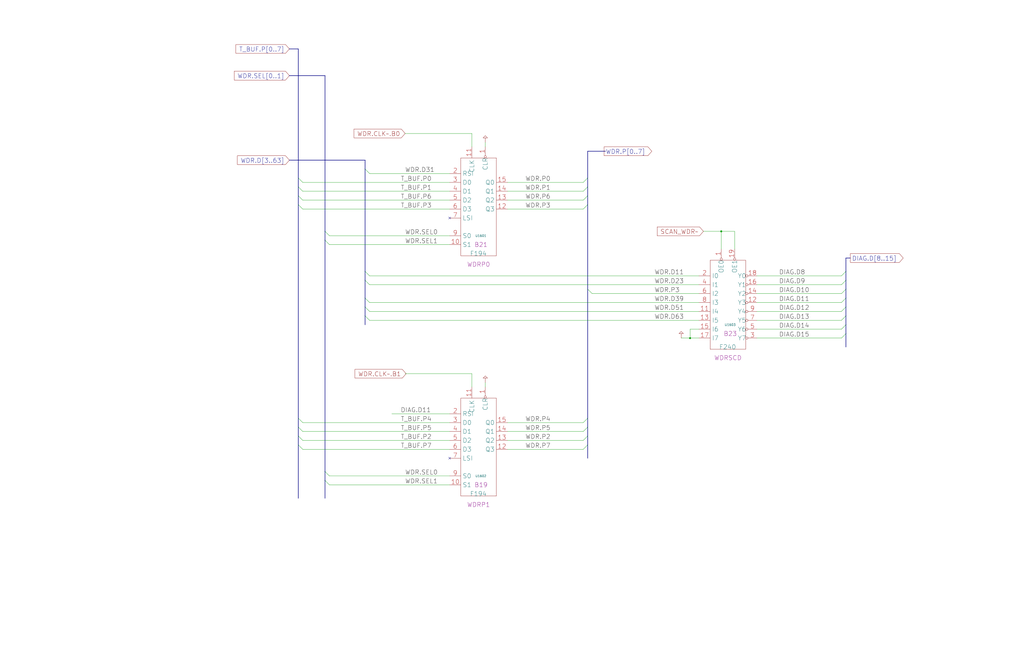
<source format=kicad_sch>
(kicad_sch (version 20230121) (generator eeschema)
  (paper "User" 584.2 378.46)
  (title_block (title "WRITE DATA REGISTER\\nPARITY BITS") (date "15-MAR-90") (rev "1.0") (comment 1 "TYPE") (comment 2 "232-003062") (comment 3 "S400") (comment 4 "RELEASED"))
  (lib_symbols
    (symbol "r1000:F194" (pin_names (offset 1.016))
      (property "Reference" "U" (at 2.54 5.08 0))
      (property "Value" "F194" (at -3.81 -5.08 0))
      (property "Location" "___" (at -1.27 0 0))
      (property "Name" "______" (at 1.27 -12.7 0))
      (symbol "F194_1_1"
        (rectangle (start -8.89 49.53) (end 11.43 -6.35))
        (circle (center 5.08 50.165) (radius 0.635))
        (pin input line (at 5.08 55.88 270) (length 5.08) (name "CLR") (number "1"))
        (pin input line (at -15.24 0 0) (length 6.35) (name "S1") (number "10"))
        (pin input line (at -2.54 55.88 270) (length 6.35) (name "CLK") (number "11"))
        (pin output line (at 17.78 20.32 180) (length 6.35) (name "Q3") (number "12"))
        (pin output line (at 17.78 25.4 180) (length 6.35) (name "Q2") (number "13"))
        (pin output line (at 17.78 30.48 180) (length 6.35) (name "Q1") (number "14"))
        (pin output line (at 17.78 35.56 180) (length 6.35) (name "Q0") (number "15"))
        (pin input line (at -15.24 40.64 0) (length 6.35) (name "RSI") (number "2"))
        (pin input line (at -15.24 35.56 0) (length 6.35) (name "D0") (number "3"))
        (pin input line (at -15.24 30.48 0) (length 6.35) (name "D1") (number "4"))
        (pin input line (at -15.24 25.4 0) (length 6.35) (name "D2") (number "5"))
        (pin input line (at -15.24 20.32 0) (length 6.35) (name "D3") (number "6"))
        (pin input line (at -15.24 15.24 0) (length 6.35) (name "LSI") (number "7"))
        (pin input line (at -15.24 5.08 0) (length 6.35) (name "S0") (number "9"))
      )
    )
    (symbol "r1000:F240" (pin_names (offset 1.016))
      (property "Reference" "U" (at 2.54 5.08 0))
      (property "Value" "F240" (at -3.81 -7.62 0))
      (property "Location" "___" (at -1.27 0 0))
      (property "Name" "______" (at 1.27 -15.24 0))
      (symbol "F240_1_1"
        (rectangle (start -8.89 41.91) (end 11.43 -8.89))
        (circle (center -2.54 42.545) (radius 0.635))
        (circle (center 5.08 42.545) (radius 0.635))
        (circle (center 12.065 -2.54) (radius 0.635))
        (circle (center 12.065 2.54) (radius 0.635))
        (circle (center 12.065 7.62) (radius 0.635))
        (circle (center 12.065 12.7) (radius 0.635))
        (circle (center 12.065 17.78) (radius 0.635))
        (circle (center 12.065 22.86) (radius 0.635))
        (circle (center 12.065 27.94) (radius 0.635))
        (circle (center 12.065 33.02) (radius 0.635))
        (pin input line (at -2.54 48.26 270) (length 5.08) (name "OE0") (number "1"))
        (pin input line (at -15.24 12.7 0) (length 6.35) (name "I4") (number "11"))
        (pin tri_state line (at 17.78 17.78 180) (length 5.08) (name "Y3") (number "12"))
        (pin input line (at -15.24 7.62 0) (length 6.35) (name "I5") (number "13"))
        (pin tri_state line (at 17.78 22.86 180) (length 5.08) (name "Y2") (number "14"))
        (pin input line (at -15.24 2.54 0) (length 6.35) (name "I6") (number "15"))
        (pin tri_state line (at 17.78 27.94 180) (length 5.08) (name "Y1") (number "16"))
        (pin input line (at -15.24 -2.54 0) (length 6.35) (name "I7") (number "17"))
        (pin tri_state line (at 17.78 33.02 180) (length 5.08) (name "Y0") (number "18"))
        (pin input line (at 5.08 48.26 270) (length 5.08) (name "OE1") (number "19"))
        (pin input line (at -15.24 33.02 0) (length 6.35) (name "I0") (number "2"))
        (pin tri_state line (at 17.78 -2.54 180) (length 5.08) (name "Y7") (number "3"))
        (pin input line (at -15.24 27.94 0) (length 6.35) (name "I1") (number "4"))
        (pin tri_state line (at 17.78 2.54 180) (length 5.08) (name "Y6") (number "5"))
        (pin input line (at -15.24 22.86 0) (length 6.35) (name "I2") (number "6"))
        (pin tri_state line (at 17.78 7.62 180) (length 5.08) (name "Y5") (number "7"))
        (pin input line (at -15.24 17.78 0) (length 6.35) (name "I3") (number "8"))
        (pin tri_state line (at 17.78 12.7 180) (length 5.08) (name "Y4") (number "9"))
      )
    )
    (symbol "r1000:PU" (power) (pin_numbers hide) (pin_names hide)
      (symbol "PU_0_1"
        (polyline (pts (xy 0 2.54) (xy -1.27 2.54) (xy 0 3.81) (xy 1.27 2.54) (xy 0 2.54)) (stroke (width 0.1524)))
      )
      (symbol "PU_1_1"
        (pin power_in line (at 0 0 90) (length 2.54) (name "PU") (number "1"))
      )
    )
  )
  (junction (at 411.48 132.08))
  (junction (at 393.7 193.04))
  (no_connect (at 256.54 261.62))
  (no_connect (at 256.54 124.46))
  (bus_entry (at 335.28 101.6) (size -2.54 2.54))
  (bus_entry (at 170.18 238.76) (size 2.54 2.54))
  (bus_entry (at 335.28 111.76) (size -2.54 2.54))
  (bus_entry (at 335.28 243.84) (size -2.54 2.54))
  (bus_entry (at 170.18 101.6) (size 2.54 2.54))
  (bus_entry (at 335.28 238.76) (size -2.54 2.54))
  (bus_entry (at 185.42 269.24) (size 2.54 2.54))
  (bus_entry (at 482.6 185.42) (size -2.54 2.54))
  (bus_entry (at 482.6 175.26) (size -2.54 2.54))
  (bus_entry (at 335.28 106.68) (size -2.54 2.54))
  (bus_entry (at 170.18 248.92) (size 2.54 2.54))
  (bus_entry (at 482.6 170.18) (size -2.54 2.54))
  (bus_entry (at 185.42 274.32) (size 2.54 2.54))
  (bus_entry (at 335.28 165.1) (size 2.54 2.54))
  (bus_entry (at 482.6 190.5) (size -2.54 2.54))
  (bus_entry (at 170.18 116.84) (size 2.54 2.54))
  (bus_entry (at 335.28 116.84) (size -2.54 2.54))
  (bus_entry (at 482.6 165.1) (size -2.54 2.54))
  (bus_entry (at 170.18 106.68) (size 2.54 2.54))
  (bus_entry (at 208.28 180.34) (size 2.54 2.54))
  (bus_entry (at 208.28 175.26) (size 2.54 2.54))
  (bus_entry (at 170.18 243.84) (size 2.54 2.54))
  (bus_entry (at 185.42 132.08) (size 2.54 2.54))
  (bus_entry (at 185.42 137.16) (size 2.54 2.54))
  (bus_entry (at 170.18 111.76) (size 2.54 2.54))
  (bus_entry (at 208.28 96.52) (size 2.54 2.54))
  (bus_entry (at 335.28 248.92) (size -2.54 2.54))
  (bus_entry (at 482.6 154.94) (size -2.54 2.54))
  (bus_entry (at 482.6 160.02) (size -2.54 2.54))
  (bus_entry (at 482.6 180.34) (size -2.54 2.54))
  (bus_entry (at 208.28 170.18) (size 2.54 2.54))
  (bus_entry (at 170.18 254) (size 2.54 2.54))
  (bus_entry (at 335.28 254) (size -2.54 2.54))
  (bus_entry (at 208.28 160.02) (size 2.54 2.54))
  (bus_entry (at 208.28 154.94) (size 2.54 2.54))
  (bus (pts (xy 335.28 86.36) (xy 335.28 101.6)))
  (bus (pts (xy 208.28 180.34) (xy 208.28 185.42)))
  (bus (pts (xy 170.18 238.76) (xy 170.18 243.84)))
  (bus (pts (xy 482.6 185.42) (xy 482.6 190.5)))
  (wire (pts (xy 187.96 134.62) (xy 256.54 134.62)))
  (bus (pts (xy 482.6 165.1) (xy 482.6 170.18)))
  (wire (pts (xy 187.96 271.78) (xy 256.54 271.78)))
  (wire (pts (xy 431.8 193.04) (xy 480.06 193.04)))
  (wire (pts (xy 269.24 220.98) (xy 269.24 213.36)))
  (wire (pts (xy 223.52 236.22) (xy 256.54 236.22)))
  (wire (pts (xy 411.48 132.08) (xy 411.48 142.24)))
  (bus (pts (xy 335.28 86.36) (xy 345.44 86.36)))
  (wire (pts (xy 210.82 157.48) (xy 398.78 157.48)))
  (wire (pts (xy 393.7 193.04) (xy 398.78 193.04)))
  (wire (pts (xy 431.8 162.56) (xy 480.06 162.56)))
  (wire (pts (xy 337.82 167.64) (xy 398.78 167.64)))
  (wire (pts (xy 231.14 76.2) (xy 269.24 76.2)))
  (wire (pts (xy 289.56 119.38) (xy 332.74 119.38)))
  (wire (pts (xy 172.72 246.38) (xy 256.54 246.38)))
  (bus (pts (xy 482.6 147.32) (xy 482.6 154.94)))
  (wire (pts (xy 269.24 213.36) (xy 231.14 213.36)))
  (bus (pts (xy 208.28 175.26) (xy 208.28 180.34)))
  (wire (pts (xy 289.56 109.22) (xy 332.74 109.22)))
  (bus (pts (xy 170.18 106.68) (xy 170.18 111.76)))
  (bus (pts (xy 185.42 274.32) (xy 185.42 284.48)))
  (wire (pts (xy 172.72 109.22) (xy 256.54 109.22)))
  (bus (pts (xy 165.1 91.44) (xy 208.28 91.44)))
  (bus (pts (xy 335.28 254) (xy 335.28 261.62)))
  (wire (pts (xy 210.82 162.56) (xy 398.78 162.56)))
  (bus (pts (xy 208.28 170.18) (xy 208.28 175.26)))
  (bus (pts (xy 185.42 137.16) (xy 185.42 269.24)))
  (bus (pts (xy 335.28 243.84) (xy 335.28 248.92)))
  (wire (pts (xy 269.24 83.82) (xy 269.24 76.2)))
  (wire (pts (xy 276.86 218.44) (xy 276.86 220.98)))
  (bus (pts (xy 170.18 254) (xy 170.18 284.48)))
  (bus (pts (xy 482.6 160.02) (xy 482.6 165.1)))
  (bus (pts (xy 482.6 170.18) (xy 482.6 175.26)))
  (bus (pts (xy 482.6 180.34) (xy 482.6 185.42)))
  (bus (pts (xy 208.28 154.94) (xy 208.28 160.02)))
  (bus (pts (xy 170.18 116.84) (xy 170.18 238.76)))
  (wire (pts (xy 289.56 251.46) (xy 332.74 251.46)))
  (bus (pts (xy 170.18 248.92) (xy 170.18 254)))
  (bus (pts (xy 165.1 43.18) (xy 185.42 43.18)))
  (bus (pts (xy 335.28 165.1) (xy 335.28 238.76)))
  (wire (pts (xy 431.8 187.96) (xy 480.06 187.96)))
  (wire (pts (xy 276.86 81.28) (xy 276.86 83.82)))
  (wire (pts (xy 172.72 119.38) (xy 256.54 119.38)))
  (wire (pts (xy 431.8 177.8) (xy 480.06 177.8)))
  (wire (pts (xy 172.72 256.54) (xy 256.54 256.54)))
  (bus (pts (xy 482.6 175.26) (xy 482.6 180.34)))
  (bus (pts (xy 482.6 154.94) (xy 482.6 160.02)))
  (bus (pts (xy 185.42 269.24) (xy 185.42 274.32)))
  (wire (pts (xy 398.78 187.96) (xy 393.7 187.96)))
  (wire (pts (xy 172.72 241.3) (xy 256.54 241.3)))
  (bus (pts (xy 335.28 248.92) (xy 335.28 254)))
  (wire (pts (xy 419.1 142.24) (xy 419.1 132.08)))
  (bus (pts (xy 208.28 91.44) (xy 208.28 96.52)))
  (wire (pts (xy 210.82 177.8) (xy 398.78 177.8)))
  (wire (pts (xy 289.56 241.3) (xy 332.74 241.3)))
  (wire (pts (xy 411.48 132.08) (xy 401.32 132.08)))
  (wire (pts (xy 172.72 104.14) (xy 256.54 104.14)))
  (wire (pts (xy 187.96 276.86) (xy 256.54 276.86)))
  (bus (pts (xy 482.6 147.32) (xy 485.14 147.32)))
  (bus (pts (xy 170.18 243.84) (xy 170.18 248.92)))
  (bus (pts (xy 482.6 190.5) (xy 482.6 198.12)))
  (wire (pts (xy 187.96 139.7) (xy 256.54 139.7)))
  (wire (pts (xy 172.72 251.46) (xy 256.54 251.46)))
  (wire (pts (xy 419.1 132.08) (xy 411.48 132.08)))
  (bus (pts (xy 185.42 43.18) (xy 185.42 132.08)))
  (bus (pts (xy 170.18 27.94) (xy 170.18 101.6)))
  (wire (pts (xy 210.82 172.72) (xy 398.78 172.72)))
  (bus (pts (xy 208.28 160.02) (xy 208.28 170.18)))
  (wire (pts (xy 431.8 167.64) (xy 480.06 167.64)))
  (wire (pts (xy 210.82 182.88) (xy 398.78 182.88)))
  (bus (pts (xy 335.28 106.68) (xy 335.28 111.76)))
  (wire (pts (xy 172.72 114.3) (xy 256.54 114.3)))
  (bus (pts (xy 335.28 101.6) (xy 335.28 106.68)))
  (bus (pts (xy 335.28 111.76) (xy 335.28 116.84)))
  (bus (pts (xy 165.1 27.94) (xy 170.18 27.94)))
  (bus (pts (xy 170.18 101.6) (xy 170.18 106.68)))
  (bus (pts (xy 185.42 132.08) (xy 185.42 137.16)))
  (bus (pts (xy 208.28 96.52) (xy 208.28 154.94)))
  (wire (pts (xy 210.82 99.06) (xy 256.54 99.06)))
  (wire (pts (xy 289.56 114.3) (xy 332.74 114.3)))
  (bus (pts (xy 335.28 116.84) (xy 335.28 165.1)))
  (bus (pts (xy 335.28 238.76) (xy 335.28 243.84)))
  (wire (pts (xy 289.56 256.54) (xy 332.74 256.54)))
  (wire (pts (xy 289.56 246.38) (xy 332.74 246.38)))
  (wire (pts (xy 431.8 172.72) (xy 480.06 172.72)))
  (wire (pts (xy 431.8 182.88) (xy 480.06 182.88)))
  (wire (pts (xy 388.62 193.04) (xy 393.7 193.04)))
  (wire (pts (xy 393.7 187.96) (xy 393.7 193.04)))
  (bus (pts (xy 170.18 111.76) (xy 170.18 116.84)))
  (wire (pts (xy 289.56 104.14) (xy 332.74 104.14)))
  (wire (pts (xy 431.8 157.48) (xy 480.06 157.48)))
  (label "WDR.SEL1" (at 231.14 276.86 0) (effects (font (size 2.54 2.54))))
  (label "DIAG.D9" (at 444.5 162.56 0) (effects (font (size 2.54 2.54))))
  (label "WDR.P2" (at 299.72 251.46 0) (effects (font (size 2.54 2.54))))
  (label "T_BUF.P6" (at 228.6 114.3 0) (effects (font (size 2.54 2.54))))
  (label "WDR.D63" (at 373.38 182.88 0) (effects (font (size 2.54 2.54))))
  (label "WDR.P4" (at 299.72 241.3 0) (effects (font (size 2.54 2.54))))
  (label "DIAG.D14" (at 444.5 187.96 0) (effects (font (size 2.54 2.54))))
  (label "T_BUF.P3" (at 228.6 119.38 0) (effects (font (size 2.54 2.54))))
  (label "DIAG.D11" (at 228.6 236.22 0) (effects (font (size 2.54 2.54))))
  (label "T_BUF.P7" (at 228.6 256.54 0) (effects (font (size 2.54 2.54))))
  (label "T_BUF.P0" (at 228.6 104.14 0) (effects (font (size 2.54 2.54))))
  (label "WDR.SEL0" (at 231.14 271.78 0) (effects (font (size 2.54 2.54))))
  (label "DIAG.D13" (at 444.5 182.88 0) (effects (font (size 2.54 2.54))))
  (label "WDR.P3" (at 373.38 167.64 0) (effects (font (size 2.54 2.54))))
  (label "T_BUF.P1" (at 228.6 109.22 0) (effects (font (size 2.54 2.54))))
  (label "WDR.P0" (at 299.72 104.14 0) (effects (font (size 2.54 2.54))))
  (label "DIAG.D15" (at 444.5 193.04 0) (effects (font (size 2.54 2.54))))
  (label "DIAG.D11" (at 444.5 172.72 0) (effects (font (size 2.54 2.54))))
  (label "T_BUF.P5" (at 228.6 246.38 0) (effects (font (size 2.54 2.54))))
  (label "WDR.P1" (at 299.72 109.22 0) (effects (font (size 2.54 2.54))))
  (label "WDR.SEL0" (at 231.14 134.62 0) (effects (font (size 2.54 2.54))))
  (label "DIAG.D12" (at 444.5 177.8 0) (effects (font (size 2.54 2.54))))
  (label "WDR.P3" (at 299.72 119.38 0) (effects (font (size 2.54 2.54))))
  (label "WDR.D31" (at 231.14 99.06 0) (effects (font (size 2.54 2.54))))
  (label "WDR.D39" (at 373.38 172.72 0) (effects (font (size 2.54 2.54))))
  (label "WDR.P5" (at 299.72 246.38 0) (effects (font (size 2.54 2.54))))
  (label "DIAG.D8" (at 444.5 157.48 0) (effects (font (size 2.54 2.54))))
  (label "WDR.D11" (at 373.38 157.48 0) (effects (font (size 2.54 2.54))))
  (label "WDR.P6" (at 299.72 114.3 0) (effects (font (size 2.54 2.54))))
  (label "WDR.D23" (at 373.38 162.56 0) (effects (font (size 2.54 2.54))))
  (label "DIAG.D10" (at 444.5 167.64 0) (effects (font (size 2.54 2.54))))
  (label "WDR.D51" (at 373.38 177.8 0) (effects (font (size 2.54 2.54))))
  (label "T_BUF.P4" (at 228.6 241.3 0) (effects (font (size 2.54 2.54))))
  (label "T_BUF.P2" (at 228.6 251.46 0) (effects (font (size 2.54 2.54))))
  (label "WDR.SEL1" (at 231.14 139.7 0) (effects (font (size 2.54 2.54))))
  (label "WDR.P7" (at 299.72 256.54 0) (effects (font (size 2.54 2.54))))
  (global_label "WDR.CLK~.B0" (shape input) (at 231.14 76.2 180) (effects (font (size 2.54 2.54))) (property "Intersheetrefs" "${INTERSHEET_REFS}" (at 202.0026 76.0413 0) (effects (font (size 1.905 1.905)) (justify right))))
  (global_label "T_BUF.P[0..7]" (shape input) (at 165.1 27.94 180) (effects (font (size 2.54 2.54))) (property "Intersheetrefs" "${INTERSHEET_REFS}" (at 134.6321 27.7813 0) (effects (font (size 1.905 1.905)) (justify right))))
  (global_label "SCAN_WDR~" (shape input) (at 401.32 132.08 180) (effects (font (size 2.54 2.54))) (property "Intersheetrefs" "${INTERSHEET_REFS}" (at 374.9645 131.9213 0) (effects (font (size 1.905 1.905)) (justify right))))
  (global_label "DIAG.D[8..15]" (shape output) (at 485.14 147.32 0) (effects (font (size 2.54 2.54))) (property "Intersheetrefs" "${INTERSHEET_REFS}" (at 515.245 147.1613 0) (effects (font (size 1.905 1.905)) (justify left))))
  (global_label "WDR.D[3..63]" (shape input) (at 165.1 91.44 180) (effects (font (size 2.54 2.54))) (property "Intersheetrefs" "${INTERSHEET_REFS}" (at 135.4788 91.2813 0) (effects (font (size 1.905 1.905)) (justify right))))
  (global_label "WDR.SEL[0..1]" (shape input) (at 165.1 43.18 180) (effects (font (size 2.54 2.54))) (property "Intersheetrefs" "${INTERSHEET_REFS}" (at 133.6645 43.0213 0) (effects (font (size 1.905 1.905)) (justify right))))
  (global_label "WDR.CLK~.B1" (shape input) (at 231.6913 213.36 180) (effects (font (size 2.54 2.54))) (property "Intersheetrefs" "${INTERSHEET_REFS}" (at 202.5539 213.2013 0) (effects (font (size 1.905 1.905)) (justify right))))
  (global_label "WDR.P[0..7]" (shape output) (at 344.608 86.36 0) (effects (font (size 2.54 2.54))) (property "Intersheetrefs" "${INTERSHEET_REFS}" (at 371.8102 86.2013 0) (effects (font (size 1.905 1.905)) (justify left))))
  (symbol (lib_id "r1000:F194") (at 271.78 139.7 0) (unit 1)
    (property "Reference" "U1601" (at 274.32 134.62 0))
    (property "Value" "F194" (at 267.97 144.78 0) (effects (font (size 2.54 2.54)) (justify left)))
    (property "Location" "B21" (at 270.51 139.7 0) (effects (font (size 2.54 2.54)) (justify left)))
    (property "Name" "WDRP0" (at 273.05 152.4 0) (effects (font (size 2.54 2.54)) (justify bottom)))
  )
  (symbol (lib_id "r1000:PU") (at 276.86 81.28 0) (unit 1)
    (property "Reference" "#PWR01601" (effects hide))
    (property "Value" "PU" (effects hide))
  )
  (symbol (lib_id "r1000:F240") (at 414.02 190.5 0) (unit 1)
    (property "Reference" "U1603" (at 416.56 185.42 0))
    (property "Value" "F240" (at 410.21 198.12 0) (effects (font (size 2.54 2.54)) (justify left)))
    (property "Location" "B23" (at 412.75 190.5 0) (effects (font (size 2.54 2.54)) (justify left)))
    (property "Name" "WDRSCD" (at 415.29 205.74 0) (effects (font (size 2.54 2.54)) (justify bottom)))
  )
  (symbol (lib_id "r1000:PU") (at 388.62 193.04 0) (unit 1)
    (property "Reference" "#PWR01603" (effects hide))
    (property "Value" "PU" (effects hide))
  )
  (symbol (lib_id "r1000:F194") (at 271.78 276.86 0) (unit 1)
    (property "Reference" "U1602" (at 274.32 271.78 0))
    (property "Value" "F194" (at 267.97 281.94 0) (effects (font (size 2.54 2.54)) (justify left)))
    (property "Location" "B19" (at 270.51 276.86 0) (effects (font (size 2.54 2.54)) (justify left)))
    (property "Name" "WDRP1" (at 273.05 289.56 0) (effects (font (size 2.54 2.54)) (justify bottom)))
  )
  (symbol (lib_id "r1000:PU") (at 276.86 218.44 0) (unit 1)
    (property "Reference" "#PWR01602" (effects hide))
    (property "Value" "PU" (effects hide))
  )
)
</source>
